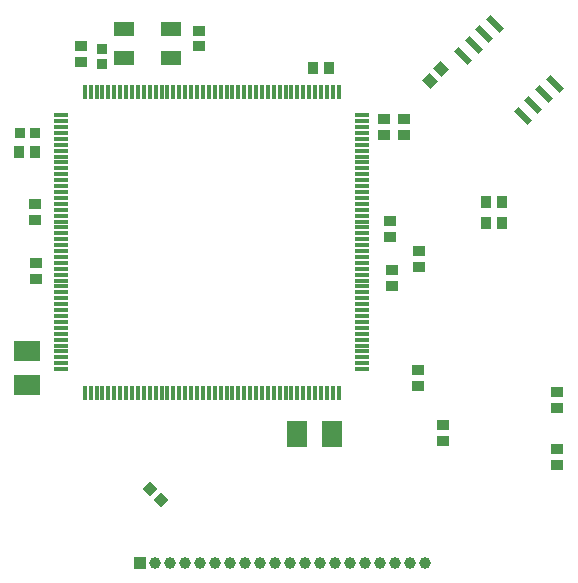
<source format=gbr>
%TF.GenerationSoftware,Altium Limited,Altium Designer,20.2.5 (213)*%
G04 Layer_Color=255*
%FSLAX44Y44*%
%MOMM*%
%TF.SameCoordinates,159794D8-7842-4491-B27A-FE66E37C9FAE*%
%TF.FilePolarity,Positive*%
%TF.FileFunction,Pads,Top*%
%TF.Part,Single*%
G01*
G75*
%TA.AperFunction,SMDPad,SMDef*%
G04:AMPARAMS|DCode=15|XSize=1.65mm|YSize=0.58mm|CornerRadius=0.0725mm|HoleSize=0mm|Usage=FLASHONLY|Rotation=135.000|XOffset=0mm|YOffset=0mm|HoleType=Round|Shape=RoundedRectangle|*
%AMROUNDEDRECTD15*
21,1,1.6500,0.4350,0,0,135.0*
21,1,1.5050,0.5800,0,0,135.0*
1,1,0.1450,-0.3783,0.6859*
1,1,0.1450,0.6859,-0.3783*
1,1,0.1450,0.3783,-0.6859*
1,1,0.1450,-0.6859,0.3783*
%
%ADD15ROUNDEDRECTD15*%
G04:AMPARAMS|DCode=16|XSize=0.95mm|YSize=0.85mm|CornerRadius=0mm|HoleSize=0mm|Usage=FLASHONLY|Rotation=225.000|XOffset=0mm|YOffset=0mm|HoleType=Round|Shape=Rectangle|*
%AMROTATEDRECTD16*
4,1,4,0.0354,0.6364,0.6364,0.0354,-0.0354,-0.6364,-0.6364,-0.0354,0.0354,0.6364,0.0*
%
%ADD16ROTATEDRECTD16*%

%ADD17R,1.8000X2.2300*%
%ADD18R,0.9000X1.0000*%
%ADD19R,1.0000X0.9000*%
%ADD20R,1.8000X1.2000*%
%TA.AperFunction,SMDPad,CuDef*%
%ADD21R,1.1938X0.3048*%
%ADD22R,0.3048X1.1938*%
%TA.AperFunction,SMDPad,SMDef*%
%ADD23R,0.8500X0.9500*%
G04:AMPARAMS|DCode=24|XSize=1mm|YSize=0.9mm|CornerRadius=0mm|HoleSize=0mm|Usage=FLASHONLY|Rotation=315.000|XOffset=0mm|YOffset=0mm|HoleType=Round|Shape=Rectangle|*
%AMROTATEDRECTD24*
4,1,4,-0.6718,0.0354,-0.0354,0.6718,0.6718,-0.0354,0.0354,-0.6718,-0.6718,0.0354,0.0*
%
%ADD24ROTATEDRECTD24*%

%ADD25R,0.9500X0.8500*%
%ADD26R,2.2300X1.8000*%
%TA.AperFunction,ComponentPad*%
%ADD28R,1.0000X1.0000*%
%ADD29C,1.0000*%
D15*
X773879Y828590D02*
D03*
X782860Y837570D02*
D03*
X791840Y846550D02*
D03*
X800820Y855531D02*
D03*
X750121Y906230D02*
D03*
X741140Y897250D02*
D03*
X732160Y888270D02*
D03*
X723180Y879289D02*
D03*
D16*
X467384Y503150D02*
D03*
X458192Y512342D02*
D03*
D17*
X582940Y558800D02*
D03*
X612140D02*
D03*
D18*
X756310Y755390D02*
D03*
X742810D02*
D03*
X756050Y737870D02*
D03*
X742550D02*
D03*
X596500Y868680D02*
D03*
X610000D02*
D03*
X361080Y797560D02*
D03*
X347580D02*
D03*
D19*
X685800Y700640D02*
D03*
Y714140D02*
D03*
X662940Y684130D02*
D03*
Y697630D02*
D03*
X656590Y825900D02*
D03*
Y812400D02*
D03*
X673100Y825900D02*
D03*
Y812400D02*
D03*
X499618Y887076D02*
D03*
Y900576D02*
D03*
X400050Y887260D02*
D03*
Y873760D02*
D03*
X360680Y753510D02*
D03*
Y740010D02*
D03*
X361950Y690480D02*
D03*
Y703980D02*
D03*
X661670Y739540D02*
D03*
Y726040D02*
D03*
X685546Y599930D02*
D03*
Y613430D02*
D03*
X706120Y553320D02*
D03*
Y566820D02*
D03*
X802640Y546500D02*
D03*
Y533000D02*
D03*
Y594760D02*
D03*
Y581260D02*
D03*
D20*
X476438Y877508D02*
D03*
X436438Y877508D02*
D03*
Y901508D02*
D03*
X476438D02*
D03*
D21*
X383040Y798860D02*
D03*
Y803860D02*
D03*
Y683860D02*
D03*
Y678860D02*
D03*
Y663860D02*
D03*
Y668860D02*
D03*
Y673860D02*
D03*
Y688860D02*
D03*
X638040Y828860D02*
D03*
Y823860D02*
D03*
Y818860D02*
D03*
Y813860D02*
D03*
Y808860D02*
D03*
Y803860D02*
D03*
Y798860D02*
D03*
Y793860D02*
D03*
Y788860D02*
D03*
Y783860D02*
D03*
Y778860D02*
D03*
Y773860D02*
D03*
Y768860D02*
D03*
Y763860D02*
D03*
Y758860D02*
D03*
Y753860D02*
D03*
Y748860D02*
D03*
Y743860D02*
D03*
Y738860D02*
D03*
Y733860D02*
D03*
Y728860D02*
D03*
Y723860D02*
D03*
Y718860D02*
D03*
Y713860D02*
D03*
Y708860D02*
D03*
Y703860D02*
D03*
Y698860D02*
D03*
Y693860D02*
D03*
Y688860D02*
D03*
Y683860D02*
D03*
Y678860D02*
D03*
Y673860D02*
D03*
Y668860D02*
D03*
Y663860D02*
D03*
Y658860D02*
D03*
Y653860D02*
D03*
Y648860D02*
D03*
Y643860D02*
D03*
Y638860D02*
D03*
Y633860D02*
D03*
Y628860D02*
D03*
Y623860D02*
D03*
Y618860D02*
D03*
Y613860D02*
D03*
X383040Y613860D02*
D03*
Y618860D02*
D03*
Y623860D02*
D03*
Y628860D02*
D03*
Y633860D02*
D03*
Y638860D02*
D03*
Y643860D02*
D03*
Y648860D02*
D03*
Y653860D02*
D03*
Y658860D02*
D03*
Y693860D02*
D03*
Y698860D02*
D03*
Y703860D02*
D03*
Y708860D02*
D03*
Y713860D02*
D03*
Y718860D02*
D03*
Y723860D02*
D03*
Y728860D02*
D03*
Y733860D02*
D03*
Y738860D02*
D03*
Y743860D02*
D03*
Y748860D02*
D03*
Y753860D02*
D03*
Y758860D02*
D03*
Y763860D02*
D03*
Y768860D02*
D03*
Y773860D02*
D03*
Y778860D02*
D03*
Y783860D02*
D03*
Y788860D02*
D03*
Y793860D02*
D03*
Y808860D02*
D03*
Y813860D02*
D03*
Y818860D02*
D03*
Y823860D02*
D03*
Y828860D02*
D03*
D22*
X543040Y848860D02*
D03*
X538040D02*
D03*
X533040D02*
D03*
X528040D02*
D03*
X618040Y593860D02*
D03*
X613040D02*
D03*
X608040D02*
D03*
X603040D02*
D03*
X598040D02*
D03*
X593040D02*
D03*
X588040D02*
D03*
X583040D02*
D03*
X578040D02*
D03*
X573040D02*
D03*
X568040D02*
D03*
X563040D02*
D03*
X558040D02*
D03*
X553040D02*
D03*
X548040D02*
D03*
X543040D02*
D03*
X538040D02*
D03*
X533040D02*
D03*
X528040D02*
D03*
X523040D02*
D03*
X518040D02*
D03*
X513040D02*
D03*
X508040D02*
D03*
X503040D02*
D03*
X498040D02*
D03*
X493040D02*
D03*
X488040D02*
D03*
X483040D02*
D03*
X478040D02*
D03*
X473040D02*
D03*
X468040D02*
D03*
X463040D02*
D03*
X458040D02*
D03*
X453040D02*
D03*
X448040D02*
D03*
X443040D02*
D03*
X438040D02*
D03*
X433040D02*
D03*
X428040D02*
D03*
X423040D02*
D03*
X418040D02*
D03*
X413040D02*
D03*
X408040D02*
D03*
X403040D02*
D03*
X403040Y848860D02*
D03*
X408040D02*
D03*
X413040D02*
D03*
X418040D02*
D03*
X423040D02*
D03*
X428040D02*
D03*
X433040D02*
D03*
X438040D02*
D03*
X443040D02*
D03*
X448040D02*
D03*
X453040D02*
D03*
X458040D02*
D03*
X463040D02*
D03*
X468040D02*
D03*
X473040D02*
D03*
X478040D02*
D03*
X483040D02*
D03*
X488040D02*
D03*
X493040D02*
D03*
X498040D02*
D03*
X503040D02*
D03*
X508040D02*
D03*
X513040D02*
D03*
X518040D02*
D03*
X523040D02*
D03*
X548040D02*
D03*
X553040D02*
D03*
X558040D02*
D03*
X563040D02*
D03*
X568040D02*
D03*
X573040D02*
D03*
X578040D02*
D03*
X583040D02*
D03*
X588040D02*
D03*
X593040D02*
D03*
X598040D02*
D03*
X603040D02*
D03*
X608040D02*
D03*
X613040D02*
D03*
X618040D02*
D03*
D23*
X347830Y814070D02*
D03*
X360830D02*
D03*
D24*
X694997Y858065D02*
D03*
X704543Y867611D02*
D03*
D25*
X417830Y872340D02*
D03*
Y885340D02*
D03*
D26*
X354076Y600334D02*
D03*
Y629534D02*
D03*
D28*
X449580Y449580D02*
D03*
D29*
X462280D02*
D03*
X474980D02*
D03*
X487680D02*
D03*
X500380D02*
D03*
X513080D02*
D03*
X525780D02*
D03*
X538480D02*
D03*
X551180D02*
D03*
X563880D02*
D03*
X576580D02*
D03*
X589280D02*
D03*
X601980D02*
D03*
X614680D02*
D03*
X627380D02*
D03*
X640080D02*
D03*
X652780D02*
D03*
X665480D02*
D03*
X678180D02*
D03*
X690880D02*
D03*
%TF.MD5,3a91192a24fc68bff6f71272bce14a3e*%
M02*

</source>
